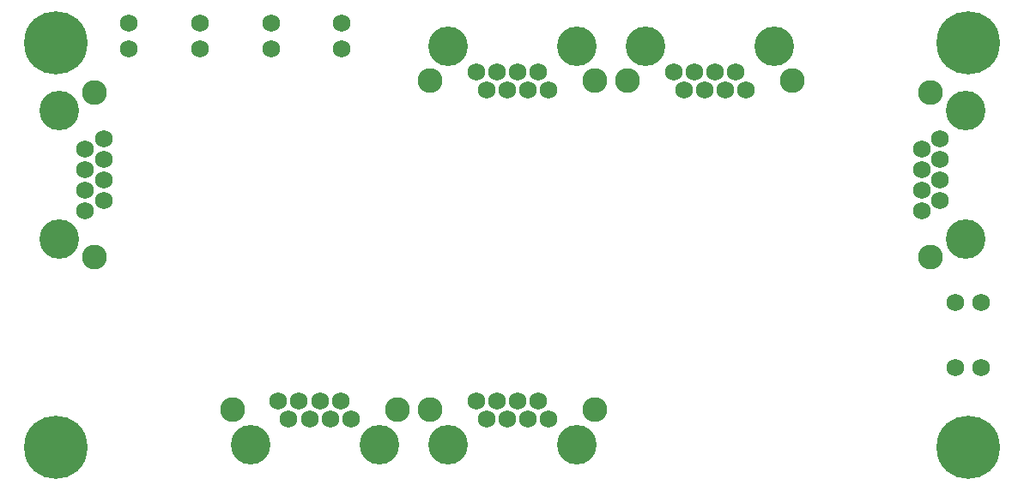
<source format=gbs>
G04 (created by PCBNEW (2013-07-07 BZR 4022)-stable) date 18/09/2013 13:55:04*
%MOIN*%
G04 Gerber Fmt 3.4, Leading zero omitted, Abs format*
%FSLAX34Y34*%
G01*
G70*
G90*
G04 APERTURE LIST*
%ADD10C,0.00590551*%
%ADD11C,0.246063*%
%ADD12C,0.0688976*%
%ADD13C,0.153543*%
%ADD14C,0.0689425*%
%ADD15C,0.0964567*%
G04 APERTURE END LIST*
G54D10*
G54D11*
X6692Y-6692D03*
X6692Y-22440D03*
X42125Y-22440D03*
X42125Y-6692D03*
G54D12*
X41625Y-16791D03*
X42625Y-16791D03*
X9527Y-6917D03*
X9527Y-5917D03*
X41625Y-19311D03*
X42625Y-19311D03*
X12283Y-6917D03*
X12283Y-5917D03*
X15039Y-6917D03*
X15039Y-5917D03*
X17795Y-6917D03*
X17795Y-5917D03*
G54D13*
X21909Y-6811D03*
X26909Y-6811D03*
G54D14*
X23003Y-7811D03*
X23405Y-8511D03*
X23807Y-7811D03*
X24208Y-8511D03*
X24610Y-7811D03*
X25011Y-8511D03*
X25413Y-7811D03*
X25814Y-8511D03*
G54D15*
X21208Y-8161D03*
X27610Y-8161D03*
G54D13*
X6830Y-14330D03*
X6830Y-9330D03*
G54D14*
X7830Y-13236D03*
X8531Y-12834D03*
X7830Y-12433D03*
X8531Y-12031D03*
X7830Y-11629D03*
X8531Y-11228D03*
X7830Y-10826D03*
X8531Y-10425D03*
G54D15*
X8181Y-15031D03*
X8181Y-8629D03*
G54D13*
X42007Y-9330D03*
X42007Y-14330D03*
G54D14*
X41007Y-10425D03*
X40307Y-10826D03*
X41007Y-11228D03*
X40307Y-11629D03*
X41007Y-12031D03*
X40307Y-12433D03*
X41007Y-12834D03*
X40307Y-13236D03*
G54D15*
X40657Y-8629D03*
X40657Y-15031D03*
G54D13*
X19232Y-22322D03*
X14232Y-22322D03*
G54D14*
X18137Y-21322D03*
X17736Y-20622D03*
X17334Y-21322D03*
X16933Y-20622D03*
X16531Y-21322D03*
X16129Y-20622D03*
X15728Y-21322D03*
X15326Y-20622D03*
G54D15*
X19933Y-20972D03*
X13531Y-20972D03*
G54D13*
X29586Y-6811D03*
X34586Y-6811D03*
G54D14*
X30681Y-7811D03*
X31082Y-8511D03*
X31484Y-7811D03*
X31885Y-8511D03*
X32287Y-7811D03*
X32688Y-8511D03*
X33090Y-7811D03*
X33492Y-8511D03*
G54D15*
X28885Y-8161D03*
X35287Y-8161D03*
G54D13*
X26909Y-22322D03*
X21909Y-22322D03*
G54D14*
X25814Y-21322D03*
X25413Y-20622D03*
X25011Y-21322D03*
X24610Y-20622D03*
X24208Y-21322D03*
X23807Y-20622D03*
X23405Y-21322D03*
X23003Y-20622D03*
G54D15*
X27610Y-20972D03*
X21208Y-20972D03*
M02*

</source>
